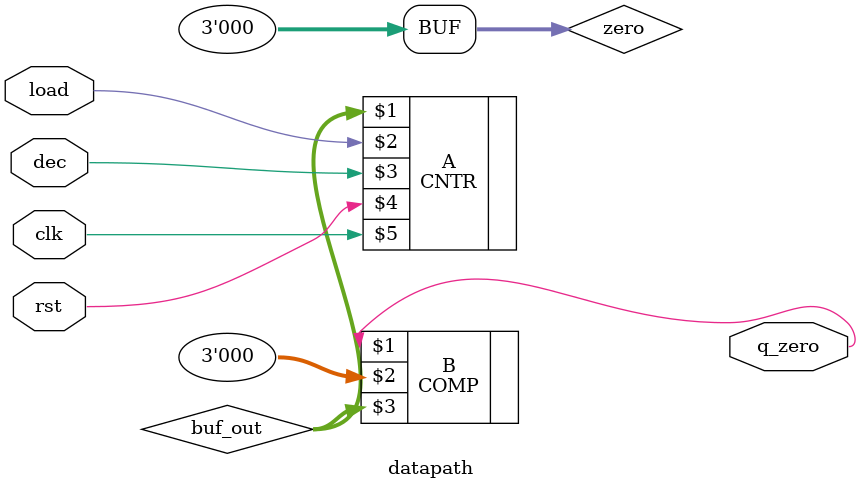
<source format=v>
module datapath(q_zero,load,dec,rst,clk);
	localparam N = 3;
	input wire load, dec, rst, clk;
	output wire q_zero;
	
	wire [N-1:0] buf_out;
	wire [N-1:0] zero;
	
	assign zero = {(N){1'b0}} ;
	
	CNTR A(buf_out,load,dec,rst,clk);
	COMP B(q_zero,zero,buf_out);
endmodule

</source>
